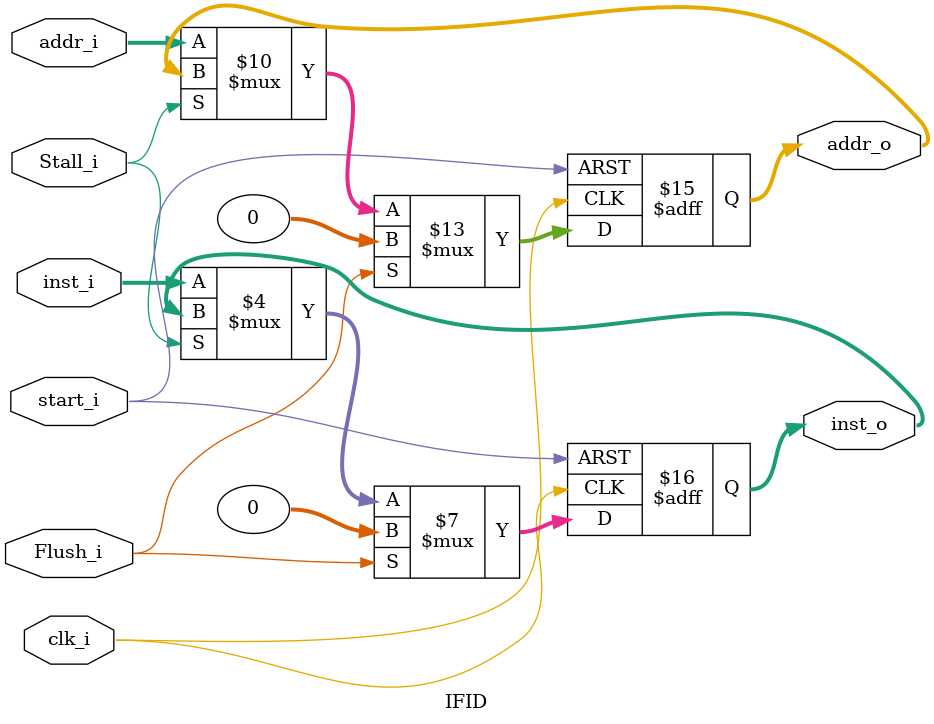
<source format=v>
module IFID (
    clk_i,
    start_i,
    addr_i,
    inst_i,
    Stall_i,
    Flush_i,
    addr_o,
    inst_o
);

input clk_i, start_i;
input Stall_i, Flush_i;
input [31:0] addr_i, inst_i;
output [31:0] addr_o, inst_o;
reg [31:0] addr_o, inst_o;

always @ ( posedge clk_i or negedge start_i) begin
  if (start_i == 0) begin
    addr_o <= 0;
    inst_o <= 0;
  end
  else if (Flush_i) begin
    addr_o <= 0;
    inst_o <= 0;
  end
  else begin
    if (Stall_i) begin //stall
        addr_o <= addr_o;
        inst_o <= inst_o;
    end
    else begin
        addr_o <= addr_i;
        inst_o <= inst_i;
    end
  end
end
endmodule
</source>
